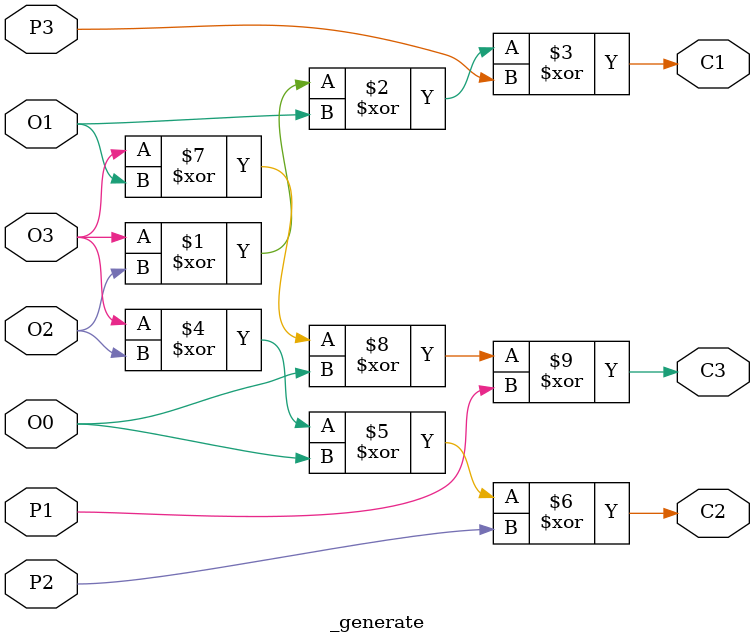
<source format=v>
`timescale 1ns / 1ps
module corrector(I3,I2,I1,I0,O3,O2,O1,O0,P3,P2,P1);
output I3,I2,I1,I0;
wire [0:7]D;
wire A,B,C;
input O3,O2,O1,O0,P3,P2,P1;
 _generate  x1(C,B,A,O3,O2,O1,O0,P3,P2,P1);
assign D[0] = (~C) && (~B) && (~A),
		 D[1] = (~C) && (~B) && (A),
		 D[2] = (~C) && (B) && (~A),
		 D[3] = (~C) && (B) && (A),
		 D[4] = (C) && (~B) && (~A),
		 D[5] = (C) && (~B) && (A),
		 D[6] = (C) && (B) && (~A),
		 D[7] = (C) && (B) && (A);
assign I0 = O0 ^ D[3],
		 I1 = O1 ^ D[5],
		 I2 = O2 ^ D[6],
		 I3 = O3 ^ D[7];
endmodule

module _generate(C3,C2,C1,O3,O2,O1,O0,P3,P2,P1);
output C3,C2,C1;
input O3,O2,O1,O0,P3,P2,P1;

assign C1 = O3^O2^O1^P3,
		 C2 = O3^O2^O0^P2,
		 C3 = O3^O1^O0^P1;
endmodule

</source>
